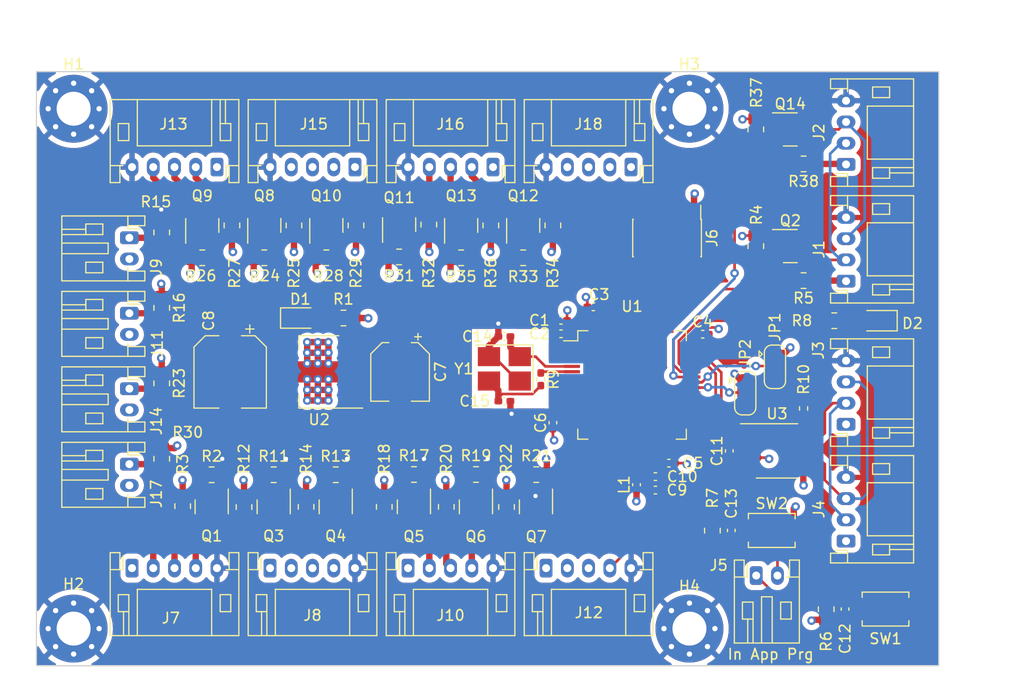
<source format=kicad_pcb>
(kicad_pcb (version 20221018) (generator pcbnew)
  (layers (0 "F.Cu" signal) (1 "In1.Cu" signal) (2 "In2.Cu" signal) (31 "B.Cu" signal) (34 "B.Paste" user) (35 "F.Paste" user) (36 "B.SilkS" user "B.Silkscreen") (37 "F.SilkS" user "F.Silkscreen") (38 "B.Mask" user) (39 "F.Mask" user) (44 "Edge.Cuts" user))
  (net 0 "")
  (net 1 "+3.3V")
  (net 2 "GND")
  (net 3 "+5V")
  (net 4 "+3.3VA")
  (net 5 "RESET")
  (net 6 "BOOT0")
  (net 7 "OSC_IN")
  (net 8 "Net-(C15-Pad1)")
  (net 9 "Net-(D1-A)")
  (net 10 "Net-(D2-A)")
  (net 11 "SCL_5")
  (net 12 "SDA_5")
  (net 13 "Net-(J3-Pin_2)")
  (net 14 "Net-(J3-Pin_3)")
  (net 15 "SWDIO")
  (net 16 "SWCLK")
  (net 17 "SWO")
  (net 20 "/Codeur_Moteur_1/CHA Shifter/HV")
  (net 21 "/Codeur_Moteur_1/CHB Shifter/HV")
  (net 22 "/Codeur_Moteur_1/IDX Shifter/HV")
  (net 23 "PWM_1")
  (net 24 "DIR_1")
  (net 25 "SLEEP_1")
  (net 26 "FAULT_1")
  (net 27 "CS_1")
  (net 28 "/Codeur_Moteur_2/CHA Shifter/HV")
  (net 29 "/Codeur_Moteur_2/CHB Shifter/HV")
  (net 30 "/Codeur_Moteur_2/IDX Shifter/HV")
  (net 31 "FAULT_2")
  (net 32 "CS_2")
  (net 33 "PWM_2")
  (net 34 "DIR_2")
  (net 35 "SLEEP_2")
  (net 36 "/Codeur_Moteur_3/CHA Shifter/HV")
  (net 37 "/Codeur_Moteur_3/CHB Shifter/HV")
  (net 38 "/Codeur_Moteur_3/IDX Shifter/HV")
  (net 39 "FAULT_3")
  (net 40 "CS_3")
  (net 41 "PWM_3")
  (net 42 "DIR_3")
  (net 43 "SLEEP_3")
  (net 44 "/Codeur_Moteur_4/CHA Shifter/HV")
  (net 45 "/Codeur_Moteur_4/CHB Shifter/HV")
  (net 46 "/Codeur_Moteur_4/IDX Shifter/HV")
  (net 47 "FAULT_4")
  (net 48 "CS_4")
  (net 49 "PWM_4")
  (net 50 "DIR_4")
  (net 51 "SLEEP_4")
  (net 52 "ADD1")
  (net 53 "ADD2")
  (net 54 "CHA_1")
  (net 55 "CHB_1")
  (net 56 "IDX_1")
  (net 57 "CHA_2")
  (net 58 "CHB_2")
  (net 59 "IDX_2")
  (net 60 "CHA_3")
  (net 61 "CHB_3")
  (net 62 "IDX_3")
  (net 63 "CHA_4")
  (net 64 "CHB_4")
  (net 65 "IDX_4")
  (net 66 "SCL_33")
  (net 67 "SDA_33")
  (net 68 "HEART_BEAT")
  (net 69 "OSC_OUT")
  (net 70 "Net-(U3-S)")
  (net 71 "RX_CAN")
  (net 72 "TX_CAN")
  (footprint "Capacitor_SMD:C_0402_1005Metric_Pad0.74x0.62mm_HandSolder" (layer "F.Cu") (at 104.819 63.716 180)
    (fp_text reference "C14")
    (fp_text value "12p")
  )
  (footprint "Package_TO_SOT_SMD:SOT-23" (layer "F.Cu") (at 82.208 53.25 90)
    (fp_text reference "Q8")
    (fp_text value "BSS138")
  )
  (footprint "Resistor_SMD:R_0805_2012Metric_Pad1.20x1.40mm_HandSolder" (layer "F.Cu") (at 103.544 53.25 90)
    (fp_text reference "R36")
    (fp_text value "10k")
  )
  (footprint "Connector_JST:JST_PH_S5B-PH-K_1x05_P2.00mm_Horizontal" (layer "F.Cu") (at 95.75 85.55)
    (fp_text reference "J10")
    (fp_text value "Codeur")
  )
  (footprint "MountingHole:MountingHole_3.2mm_M3_Pad_Via" (layer "F.Cu") (at 122.25 42.25)
    (fp_text reference "H3")
    (fp_text value "MountingHole_Pad")
  )
  (footprint "Connector_JST:JST_PH_S4B-PH-K_1x04_P2.00mm_Horizontal" (layer "F.Cu") (at 137 47.5 90)
    (fp_text reference "J2")
    (fp_text value "I2C2_5")
  )
  (footprint "Package_TO_SOT_SMD:SOT-23" (layer "F.Cu") (at 131.75 55.2)
    (fp_text reference "Q2")
    (fp_text value "BSS138")
  )
  (footprint "Resistor_SMD:R_0805_2012Metric_Pad1.20x1.40mm_HandSolder" (layer "F.Cu") (at 72.548 53.906 -90)
    (fp_text reference "R15")
    (fp_text value "10k")
  )
  (footprint "Resistor_SMD:R_0805_2012Metric_Pad1.20x1.40mm_HandSolder" (layer "F.Cu") (at 128.5 44.2 -90)
    (fp_text reference "R37")
    (fp_text value "10k")
  )
  (footprint "Connector_PinHeader_1.27mm:PinHeader_2x05_P1.27mm_Vertical_SMD" (layer "F.Cu") (at 120.142 54.438 -90)
    (fp_text reference "J6")
    (fp_text value "DEBUG")
  )
  (footprint "Connector_JST:JST_PH_S2B-PH-K_1x02_P2.00mm_Horizontal" (layer "F.Cu") (at 69.5 61.526 -90)
    (fp_text reference "J11")
    (fp_text value "Motor FeedBack")
  )
  (footprint "Connector_JST:JST_PH_S5B-PH-K_1x05_P2.00mm_Horizontal" (layer "F.Cu") (at 82.75 85.55)
    (fp_text reference "J8")
    (fp_text value "Motor CMD")
  )
  (footprint "Connector_JST:JST_PH_S5B-PH-K_1x05_P2.00mm_Horizontal" (layer "F.Cu") (at 90.75 47.75 180)
    (fp_text reference "J15")
    (fp_text value "Motor CMD")
  )
  (footprint "Resistor_SMD:R_0805_2012Metric_Pad1.20x1.40mm_HandSolder" (layer "F.Cu") (at 79.16 53.25 90)
    (fp_text reference "R27")
    (fp_text value "10k")
  )
  (footprint "Resistor_SMD:R_0805_2012Metric_Pad1.20x1.40mm_HandSolder" (layer "F.Cu") (at 72.548 75.242 -90)
    (fp_text reference "R30")
    (fp_text value "10k")
  )
  (footprint "Package_TO_SOT_SMD:SOT-23" (layer "F.Cu") (at 107.796 79.772 -90)
    (fp_text reference "Q7")
    (fp_text value "BSS138")
  )
  (footprint "MountingHole:MountingHole_3.2mm_M3_Pad_Via" (layer "F.Cu") (at 122.25 91.25)
    (fp_text reference "H4")
    (fp_text value "MountingHole_Pad")
  )
  (footprint "LED_SMD:LED_0805_2012Metric_Pad1.15x1.40mm_HandSolder" (layer "F.Cu") (at 139.954 62.23 180)
    (fp_text reference "D2")
    (fp_text value "Green")
  )
  (footprint "Resistor_SMD:R_0402_1005Metric_Pad0.72x0.64mm_HandSolder" (layer "F.Cu") (at 133 70.5 90)
    (fp_text reference "R10")
    (fp_text value "47")
  )
  (footprint "Capacitor_SMD:C_0402_1005Metric_Pad0.74x0.62mm_HandSolder" (layer "F.Cu") (at 126.19 82 90)
    (fp_text reference "C13")
    (fp_text value "100n")
  )
  (footprint "Package_TO_SOT_SMD:SOT-23" (layer "F.Cu") (at 131.75 44.2)
    (fp_text reference "Q14")
    (fp_text value "BSS138")
  )
  (footprint "Connector_JST:JST_PH_S2B-PH-K_1x02_P2.00mm_Horizontal" (layer "F.Cu") (at 69.5 75.75 -90)
    (fp_text reference "J17")
    (fp_text value "Motor FeedBack")
  )
  (footprint "Resistor_SMD:R_0805_2012Metric_Pad1.20x1.40mm_HandSolder" (layer "F.Cu") (at 72.548 68.13 -90)
    (fp_text reference "R23")
    (fp_text value "10k")
  )
  (footprint "Resistor_SMD:R_0805_2012Metric_Pad1.20x1.40mm_HandSolder" (layer "F.Cu") (at 86.142 79.772 -90)
    (fp_text reference "R14")
    (fp_text value "10k")
  )
  (footprint "Resistor_SMD:R_0805_2012Metric_Pad1.20x1.40mm_HandSolder" (layer "F.Cu") (at 106.592 56.298)
    (fp_text reference "R33")
    (fp_text value "10k")
  )
  (footprint "Resistor_SMD:R_0805_2012Metric_Pad1.20x1.40mm_HandSolder" (layer "F.Cu") (at 107.818 76.736 180)
    (fp_text reference "R21")
    (fp_text value "10k")
  )
  (footprint "ARIG:SW_TS_1088_AR_3x4x2" (layer "F.Cu") (at 140.716 89.408 180)
    (fp_text reference "SW1")
    (fp_text value "RESET")
  )
  (footprint "Capacitor_SMD:C_0402_1005Metric_Pad0.74x0.62mm_HandSolder" (layer "F.Cu") (at 136.906 89.408 -90)
    (fp_text reference "C12")
    (fp_text value "100n")
  )
  (footprint "Resistor_SMD:R_0805_2012Metric_Pad1.20x1.40mm_HandSolder" (layer "F.Cu") (at 109.386 53.25 90)
    (fp_text reference "R34")
    (fp_text value "10k")
  )
  (footprint "Package_TO_SOT_SMD:SOT-23" (layer "F.Cu") (at 88.05 53.25 90)
    (fp_text reference "Q10")
    (fp_text value "BSS138")
  )
  (footprint "Resistor_SMD:R_0805_2012Metric_Pad1.20x1.40mm_HandSolder" (layer "F.Cu") (at 82.208 56.298)
    (fp_text reference "R24")
    (fp_text value "10k")
  )
  (footprint "Package_TO_SOT_SMD:SOT-23" (layer "F.Cu") (at 77.25 79.772 -90)
    (fp_text reference "Q1")
    (fp_text value "BSS138")
  )
  (footprint "Connector_JST:JST_PH_S5B-PH-K_1x05_P2.00mm_Horizontal" (layer "F.Cu") (at 116.75 47.75 180)
    (fp_text reference "J18")
    (fp_text value "Motor CMD")
  )
  (footprint "Package_TO_SOT_SMD:SOT-23" (layer "F.Cu") (at 102.142 79.772 -90)
    (fp_text reference "Q6")
    (fp_text value "BSS138")
  )
  (footprint "Connector_JST:JST_PH_S4B-PH-K_1x04_P2.00mm_Horizontal" (layer "F.Cu") (at 137 58.5 90)
    (fp_text reference "J1")
    (fp_text value "I2C1_5")
  )
  (footprint "LED_SMD:LED_0805_2012Metric_Pad1.15x1.40mm_HandSolder" (layer "F.Cu") (at 85.598 61.976)
    (fp_text reference "D1")
    (fp_text value "Green")
  )
  (footprint "Resistor_SMD:R_0805_2012Metric_Pad1.20x1.40mm_HandSolder" (layer "F.Cu") (at 94.908 56.2195)
    (fp_text reference "R31")
    (fp_text value "10k")
  )
  (footprint "Connector_JST:JST_PH_S5B-PH-K_1x05_P2.00mm_Horizontal" (layer "F.Cu") (at 103.75 47.75 180)
    (fp_text reference "J16")
    (fp_text value "Codeur")
  )
  (footprint "Resistor_SMD:R_0805_2012Metric_Pad1.20x1.40mm_HandSolder" (layer "F.Cu") (at 135.128 89.42 90)
    (fp_text reference "R6")
    (fp_text value "10k")
  )
  (footprint "Resistor_SMD:R_0805_2012Metric_Pad1.20x1.40mm_HandSolder" (layer "F.Cu") (at 88.934 76.75 180)
    (fp_text reference "R13")
    (fp_text value "10k")
  )
  (footprint "Capacitor_SMD:C_0402_1005Metric_Pad0.74x0.62mm_HandSolder" (layer "F.Cu") (at 113.201 60.922)
    (fp_text reference "C3")
    (fp_text value "100n")
  )
  (footprint "Resistor_SMD:R_0805_2012Metric_Pad1.20x1.40mm_HandSolder" (layer "F.Cu") (at 105.024 79.784 -90)
    (fp_text reference "R22")
    (fp_text value "10k")
  )
  (footprint "MountingHole:MountingHole_3.2mm_M3_Pad_Via" (layer "F.Cu") (at 64.25 42.25)
    (fp_text reference "H1")
    (fp_text value "MountingHole_Pad")
  )
  (footprint "Resistor_SMD:R_0805_2012Metric_Pad1.20x1.40mm_HandSolder" (layer "F.Cu") (at 135.89 62.23)
    (fp_text reference "R8")
    (fp_text value "68")
  )
  (footprint "Inductor_SMD:L_0402_1005Metric_Pad0.77x0.64mm_HandSolder" (layer "F.Cu") (at 117.265 77.686 90)
    (fp_text reference "L1")
    (fp_text value "39n")
  )
  (footprint "Connector_JST:JST_PH_S2B-PH-K_1x02_P2.00mm_Horizontal" (layer "F.Cu") (at 128.54 86.25)
    (fp_text reference "J5")
    (fp_text value "In App Prog")
  )
  (footprint "Resistor_SMD:R_0805_2012Metric_Pad1.20x1.40mm_HandSolder" (layer "F.Cu") (at 83.092 76.75 180)
    (fp_text reference "R11")
    (fp_text value "10k")
  )
  (footprint "Connector_JST:JST_PH_S4B-PH-K_1x04_P2.00mm_Horizontal" (layer "F.Cu") (at 137 83 90)
    (fp_text reference "J4")
    (fp_text value "CAN2")
  )
  (footprint "Package_QFP:LQFP-64_10x10mm_P0.5mm" (layer "F.Cu") (at 116.844 68.284)
    (fp_text reference "U1")
    (fp_text value "STM32G474RETx")
  )
  (footprint "Resistor_SMD:R_0805_2012Metric_Pad1.20x1.40mm_HandSolder" (layer "F.Cu") (at 85.002 53.25 90)
    (fp_text reference "R25")
    (fp_text value "10k")
  )
  (footprint "Resistor_SMD:R_0805_2012Metric_Pad1.20x1.40mm_HandSolder" (layer "F.Cu") (at 72.548 61.018 -90)
    (fp_text reference "R16")
    (fp_text value "10k")
  )
  (footprint "Package_TO_SOT_SMD:SOT-23" (layer "F.Cu") (at 106.592 53.25 90)
    (fp_text reference "Q12")
    (fp_text value "BSS138")
  )
  (footprint "Package_TO_SOT_SMD:SOT-223-3_TabPin2" (layer "F.Cu") (at 87.376 67.056 180)
    (fp_text reference "U2")
    (fp_text value "AMS1117-3.3")
  )
  (footprint "Capacitor_SMD:C_0402_1005Metric_Pad0.74x0.62mm_HandSolder" (layer "F.Cu") (at 123.5 63.5)
    (fp_text reference "C4")
    (fp_text value "100n")
  )
  (footprint "Resistor_SMD:R_0805_2012Metric_Pad1.20x1.40mm_HandSolder" (layer "F.Cu") (at 74.52 79.7095 -90)
    (fp_text reference "R3")
    (fp_text value "10k")
  )
  (footprint "Resistor_SMD:R_0805_2012Metric_Pad1.20x1.40mm_HandSolder" (layer "F.Cu") (at 76.366 56.298)
    (fp_text reference "R26")
    (fp_text value "10k")
  )
  (footprint "Connector_JST:JST_PH_S5B-PH-K_1x05_P2.00mm_Horizontal" (layer "F.Cu") (at 69.75 85.55)
    (fp_text reference "J7")
    (fp_text value "Codeur")
  )
  (footprint "Resistor_SMD:R_0805_2012Metric_Pad1.20x1.40mm_HandSolder" (layer "F.Cu") (at 93.506 79.772 -90)
    (fp_text reference "R18")
    (fp_text value "10k")
  )
  (footprint "Package_SO:SOIC-8_3.9x4.9mm_P1.27mm" (layer "F.Cu") (at 130.5 74.5)
    (fp_text reference "U3")
    (fp_text value "MCP2558FD-xSN")
  )
  (footprint "Package_TO_SOT_SMD:SOT-23" (layer "F.Cu") (at 83.092 79.772 -90)
    (fp_text reference "Q3")
    (fp_text value "BSS138")
  )
  (footprint "Connector_JST:JST_PH_S2B-PH-K_1x02_P2.00mm_Horizontal" (layer "F.Cu") (at 69.5 68.638 -90)
    (fp_text reference "J14")
    (fp_text value "Motor FeedBack")
  )
  (footprint "Capacitor_SMD:CP_Elec_5x5.3" (layer "F.Cu") (at 94.996 67.056 -90)
    (fp_text reference "C7")
    (fp_text value "100u")
  )
  (footprint "Crystal:Crystal_SMD_3225-4Pin_3.2x2.5mm_HandSoldering" (layer "F.Cu") (at 104.819 66.764 180)
    (fp_text reference "Y1")
    (fp_text value "16MHz")
  )
  (footprint "Resistor_SMD:R_0805_2012Metric_Pad1.20x1.40mm_HandSolder" (layer "F.Cu") (at 133 47.45 180)
    (fp_text reference "R38")
    (fp_text value "10k")
  )
  (footprint "Resistor_SMD:R_0805_2012Metric_Pad1.20x1.40mm_HandSolder" (layer "F.Cu") (at 77.25 76.75 180)
    (fp_text reference "R2")
    (fp_text value "10k")
  )
  (footprint "Resistor_SMD:R_0805_2012Metric_Pad1.20x1.40mm_HandSolder" (layer "F.Cu") (at 89.662 61.976 180)
    (fp_text reference "R1")
    (fp_text value "68")
  )
  (footprint "Resistor_SMD:R_0805_2012Metric_Pad1.20x1.40mm_HandSolder" (layer "F.Cu") (at 97.702 53.1715 90)
    (fp_text reference "R32")
    (fp_text value "10k")
  )
  (footprint "Package_TO_SOT_SMD:SOT-23" (layer "F.Cu") (at 88.934 79.772 -90)
    (fp_text reference "Q4")
    (fp_text value "BSS138")
  )
  (footprint "Jumper:SolderJumper-3_P1.3mm_Open_RoundedPad1.0x1.5mm" (layer "F.Cu") (at 130.302 66.578 -90)
    (fp_text reference "JP1")
    (fp_text value "ADD1")
  )
  (footprint "Capacitor_SMD:C_0402_1005Metric_Pad0.74x0.62mm_HandSolder" (layer "F.Cu") (at 119.043 76.924)
    (fp_text reference "C10")
    (fp_text value "10n")
  )
  (footprint "Jumper:SolderJumper-3_P1.3mm_Open_RoundedPad1.0x1.5mm" (layer "F.Cu") (at 127.508 69.058 -90)
    (fp_text reference "JP2")
    (fp_text value "ADD2")
  )
  (footprint "Resistor_SMD:R_0805_2012Metric_Pad1.20x1.40mm_HandSolder" (layer "F.Cu") (at 96.3 76.724 180)
    (fp_text reference "R17")
    (fp_text value "10k")
  )
  (footprint "Connector_JST:JST_PH_S2B-PH-K_1x02_P2.00mm_Horizontal" (layer "F.Cu") (at 69.5 54.414 -90)
    (fp_text reference "J9")
    (fp_text value "Motor FeedBack")
  )
  (footprint "MountingHole:MountingHole_3.2mm_M3_Pad_Via" (layer "F.Cu") (at 64.25 91.25)
    (fp_text reference "H2")
    (fp_text value "MountingHole_Pad")
  )
  (footprint "Package_TO_SOT_SMD:SOT-23" (layer "F.Cu") (at 76.366 53.25 90)
    (fp_text reference "Q9")
    (fp_text value "BSS138")
  )
  (footprint "Connector_JST:JST_PH_S5B-PH-K_1x05_P2.00mm_Horizontal" (layer "F.Cu") (at 77.75 47.75 180)
    (fp_text reference "J13")
    (fp_text value "Codeur")
  )
  (footprint "Resistor_SMD:R_0805_2012Metric_Pad1.20x1.40mm_HandSolder" (layer "F.Cu") (at 90.844 53.25 90)
    (fp_text reference "R29")
    (fp_text value "10k")
  )
  (footprint "Resistor_SMD:R_0805_2012Metric_Pad1.20x1.40mm_HandSolder" (layer "F.Cu") (at 102.142 76.724 180)
    (fp_text reference "R19")
    (fp_text value "10k")
  )
  (footprint "Capacitor_SMD:C_0402_1005Metric_Pad0.74x0.62mm_HandSolder" (layer "F.Cu") (at 110.153 62.192 180)
    (fp_text reference "C1")
    (fp_text value "4.7u")
  )
  (footprint "ARIG:SW_TS_1088_AR_3x4x2" (layer "F.Cu") (at 130 82)
    (fp_text reference "SW2")
    (fp_text value "BOOT0")
  )
  (footprint "Capacitor_SMD:C_0402_1005Metric_Pad0.74x0.62mm_HandSolder" (layer "F.Cu") (at 110.153 63.462 180)
    (fp_text reference "C2")
    (fp_text value "100n")
  )
  (footprint "Resistor_SMD:R_0805_2012Metric_Pad1.20x1.40mm_HandSolder" (layer "F.Cu") (at 80.298 79.798 -90)
    (fp_text reference "R12")
    (fp_text value "10k")
  )
  (footprint "Capacitor_SMD:C_0402_1005Metric_Pad0.74x0.62mm_HandSolder" (layer "F.Cu") (at 104.819 69.812)
    (fp_text reference "C15")
    (fp_text value "12p")
  )
  (footprint "Resistor_SMD:R_0805_2012Metric_Pad1.20x1.40mm_HandSolder" (layer "F.Cu") (at 99.348 79.772 -90)
    (fp_text reference "R20")
    (fp_text value "10k")
  )
  (footprint "Resistor_SMD:R_0402_1005Metric_Pad0.72x0.64mm_HandSolder" (layer "F.Cu") (at 108.25 67.75 -90)
    (fp_text reference "R9")
    (fp_text value "47")
  )
  (footprint "Capacitor_SMD:CP_Elec_6.3x7.7" (layer "F.Cu") (at 78.994 67.056 -90)
    (fp_text reference "C8")
    (fp_text value "330u")
  )
  (footprint "Capacitor_SMD:C_0402_1005Metric_Pad0.74x0.62mm_HandSolder" (layer "F.Cu") (at 126 74.5 90)
    (fp_text reference "C11")
    (fp_text value "100n")
  )
  (footprint "Resistor_SMD:R_0805_2012Metric_Pad1.20x1.40mm_HandSolder" (layer "F.Cu") (at 100.75 56.298)
    (fp_text reference "R35")
    (fp_text value "10k")
  )
  (footprint "Resistor_SMD:R_0805_2012Metric_Pad1.20x1.40mm_HandSolder" (layer "F.Cu") (at 133 58.45 180)
    (fp_text reference "R5")
    (fp_text value "10k")
  )
  (footprint "Connector_JST:JST_PH_S4B-PH-K_1x04_P2.00mm_Horizontal" (layer "F.Cu") (at 137 72 90)
    (fp_text reference "J3")
    (fp_text value "CAN1")
  )
  (footprint "Package_TO_SOT_SMD:SOT-23" (layer "F.Cu") (at 100.75 53.25 90)
    (fp_text reference "Q13")
    (fp_text value "BSS138")
  )
  (footprint "Connector_JST:JST_PH_S5B-PH-K_1x05_P2.00mm_Horizontal" (layer "F.Cu") (at 108.75 85.55)
    (fp_text reference "J12")
    (fp_text value "Motor CMD")
  )
  (footprint "Capacitor_SMD:C_0402_1005Metric_Pad0.74x0.62mm_HandSolder" (layer "F.Cu") (at 109.391 71.844 90)
    (fp_text reference "C6")
    (fp_text value "100n")
  )
  (footprint "Package_TO_SOT_SMD:SOT-23" (layer "F.Cu") (at 96.3 79.772 -90)
    (fp_text reference "Q5")
    (fp_text value "BSS138")
  )
  (footprint "Package_TO_SOT_SMD:SOT-23" (layer "F.Cu") (at 94.908 53.1715 90)
    (fp_text reference "Q11")
    (fp_text value "BSS138")
  )
  (footprint "Capacitor_SMD:C_0402_1005Metric_Pad0.74x0.62mm_HandSolder" (layer "F.Cu") (at 119.043 78.194)
    (fp_text reference "C9")
    (fp_text value "1u")
  )
  (footprint "Resistor_SMD:R_0805_2012Metric_Pad1.20x1.40mm_HandSolder" (layer "F.Cu") (at 128.5 55.2 -90)
    (fp_text reference "R4")
    (fp_text value "10k")
  )
  (footprint "Capacitor_SMD:C_0402_1005Metric_Pad0.74x0.62mm_HandSolder" (layer "F.Cu") (at 120.313 75.654 180)
    (fp_text reference "C5")
    (fp_text value "100n")
  )
  (footprint "Resistor_SMD:R_0805_2012Metric_Pad1.20x1.40mm_HandSolder" (layer "F.Cu") (at 124.412 82.012 90)
    (fp_text reference "R7")
    (fp_text value "10k")
  )
  (footprint "Resistor_SMD:R_0805_2012Metric_Pad1.20x1.40mm_HandSolder" (layer "F.Cu") (at 88.05 56.298)
    (fp_text reference "R28")
    (fp_text value "10k")
  )
  (gr_rect (start 60.75 38.75) (end 145.75 94.75) (stroke (width 0.1)) (fill none) (layer "Edge.Cuts"))
  (gr_rect (start 60.75 38.75) (end 145.75 94.75) (stroke (width 0.1)) (fill none) (layer "Edge.Cuts"))
  (gr_text "In App Prg" (at 125.75 94.25) (layer "F.SilkS") (effects (font (size 1 1)) (justify left bottom)))
  (segment (start 81.258 54.1875) (end 81.258 56.248) (width 0.6) (layer "F.Cu") (net 1))
  (segment (start 86.25 68.75) (end 86.25 67.75) (width 0.6) (layer "F.Cu") (net 1))
  (segment (start 90.662 61.976) (end 91.976 61.976) (width 0.6) (layer "F.Cu") (net 1))
  (segment (start 108.818 75.318) (end 108.75 75.25) (width 0.6) (layer "F.Cu") (net 1))
  (segment (start 89.934 76.75) (end 89.934 75.316) (width 0.6) (layer "F.Cu") (net 1))
  (segment (start 132.975 77.725) (end 133 77.75) (width 0.6) (layer "F.Cu") (net 1))
  (segment (start 87.25 65.25) (end 87.25 66.25) (width 0.6) (layer "F.Cu") (net 1))
  (segment (start 109.7685 72.034) (end 109.391 72.4115) (width 0.25) (layer "F.Cu") (net 1))
  (segment (start 72.548 52.906) (end 72.548 51.798) (width 0.6) (layer "F.Cu") (net 1))
  (segment (start 99.75 54.2375) (end 99.8 54.1875) (width 0.6) (layer "F.Cu") (net 1))
  (segment (start 122.9325 63.5) (end 123.5675 62.865) (width 0.25) (layer "F.Cu") (net 1))
  (segment (start 88.25 65.25) (end 88.25 66.25) (width 0.6) (layer "F.Cu") (net 1))
  (segment (start 72.548 60.018) (end 72.548 58.798) (width 0.6) (layer "F.Cu") (net 1))
  (segment (start 109.391 73.391) (end 109.5 73.5) (width 0.25) (layer "F.Cu") (net 1))
  (segment (start 110.7205 62.192) (end 110.7205 61.2795) (width 0.25) (layer "F.Cu") (net 1))
  (segment (start 113.094 61.3825) (end 112.6335 60.922) (width 0.25) (layer "F.Cu") (net 1))
  (segment (start 133.83 90.42) (end 133.75 90.5) (width 0.6) (layer "F.Cu") (net 1))
  (segment (start 72.548 51.798) (end 72.5 51.75) (width 0.6) (layer "F.Cu") (net 1))
  (segment (start 122.519 64.534) (end 122.519 63.9135) (width 0.25) (layer "F.Cu") (net 1))
  (segment (start 86.25 68.75) (end 87.25 68.75) (width 0.6) (layer "F.Cu") (net 1))
  (segment (start 78.994 64.356) (end 81.526 64.356) (width 2) (layer "F.Cu") (net 1))
  (segment (start 88.25 64.25) (end 88.25 65.25) (width 0.6) (layer "F.Cu") (net 1))
  (segment (start 73.758 74.242) (end 74 74) (width 0.6) (layer "F.Cu") (net 1))
  (segment (start 87.05 56.298) (end 87.05 54.2375) (width 0.6) (layer "F.Cu") (net 1))
  (segment (start 97.3 75.3) (end 97.25 75.25) (width 0.6) (layer "F.Cu") (net 1))
  (segment (start 86.25 67.75) (end 87.25 67.75) (width 0.25) (layer "F.Cu") (net 1))
  (segment (start 130.8125 54.25) (end 128.55 54.25) (width 0.25) (layer "F.Cu") (net 1))
  (segment (start 128.5 54.2) (end 127.275 54.2) (width 0.25) (layer "F.Cu") (net 1))
  (segment (start 88.25 67.75) (end 87.25 67.75) (width 0.6) (layer "F.Cu") (net 1))
  (segment (start 87.05 56.298) (end 87.05 57.55) (width 0.6) (layer "F.Cu") (net 1))
  (segment (start 84.092 78.7845) (end 84.042 78.8345) (width 0.6) (layer "F.Cu") (net 1))
  (segment (start 130.8125 43.25) (end 128.55 43.25) (width 0.25) (layer "F.Cu") (net 1))
  (segment (start 86.25 65.25) (end 87.25 65.25) (width 0.6) (layer "F.Cu") (net 1))
  (segment (start 131.222 65.278) (end 131.75 64.75) (width 0.6) (layer "F.Cu") (net 1))
  (segment (start 108.818 78.7625) (end 108.746 78.8345) (width 0.6) (layer "F.Cu") (net 1))
  (segment (start 110.7205 62.192) (end 110.7205 63.462) (width 0.25) (layer "F.Cu") (net 1))
  (segment (start 72.548 58.798) (end 72.5 58.75) (width 0.6) (layer "F.Cu") (net 1))
  (segment (start 113.094 62.609) (end 113.094 61.3825) (width 0.25) (layer "F.Cu") (net 1))
  (segment (start 88.25 69.75) (end 88.25 68.75) (width 0.6) (layer "F.Cu") (net 1))
  (segment (start 117.265 79.235) (end 117.25 79.25) (width 0.6) (layer "F.Cu") (net 1))
  (segment (start 127.508 67.758) (end 127.033 67.758) (width 0.6) (layer "F.Cu") (net 1))
  (segment (start 128.5 43.2) (end 127.3 43.2) (width 0.25) (layer "F.Cu") (net 1))
  (segment (start 81.208 56.298) (end 81.208 57.708) (width 0.6) (layer "F.Cu") (net 1))
  (segment (start 93.958 56.1695) (end 93.908 56.2195) (width 0.6) (layer "F.Cu") (net 1))
  (segment (start 72.548 65.798) (end 72.5 65.75) (width 0.6) (layer "F.Cu") (net 1))
  (segment (start 99.75 56.298) (end 99.75 54.2375) (width 0.6) (layer "F.Cu") (net 1))
  (segment (start 81.258 56.248) (end 81.208 56.298) (width 0.6) (layer "F.Cu") (net 1))
  (segment (start 117.265 78.2585) (end 117.265 79.235) (width 0.6) (layer "F.Cu") (net 1))
  (segment (start 86.25 64.25) (end 87.25 64.25) (width 0.6) (layer "F.Cu") (net 1))
  (segment (start 91.976 61.976) (end 92 62) (width 0.6) (layer "F.Cu") (net 1))
  (segment (start 130.7625 54.2) (end 130.8125 54.25) (width 0.25) (layer "F.Cu") (net 1))
  (segment (start 75.366 54.2375) (end 75.416 54.1875) (width 0.6) (layer "F.Cu") (net 1))
  (segment (start 81.526 64.356) (end 84.226 67.056) (width 2) (layer "F.Cu") (net 1))
  (segment (start 87.05 54.2375) (end 87.1 54.1875) (width 0.6) (layer "F.Cu") (net 1))
  (segment (start 127.3 43.2) (end 127.25 43.25) (width 0.25) (layer "F.Cu") (net 1))
  (segment (start 124.865 62.865) (end 125 63) (width 0.25) (layer "F.Cu") (net 1))
  (segment (start 128.55 54.25) (end 128.5 54.2) (width 0.25) (layer "F.Cu") (net 1))
  (segment (start 81.208 57.708) (end 81.25 57.75) (width 0.6) (layer "F.Cu") (net 1))
  (segment (start 86.25 66.25) (end 87.25 66.25) (width 0.6) (layer "F.Cu") (net 1))
  (segment (start 112.6335 60.922) (end 112.6335 60.1335) (width 0.25) (layer "F.Cu") (net 1))
  (segment (start 86.25 69.75) (end 87.25 69.75) (width 0.6) (layer "F.Cu") (net 1))
  (segment (start 99.75 56.298) (end 99.75 57.75) (width 0.6) (layer "F.Cu") (net 1))
  (segment (start 75.366 57.634) (end 75.25 57.75) (width 0.6) (layer "F.Cu") (net 1))
  (segment (start 132.975 76.405) (end 132.975 77.725) (width 0.6) (layer "F.Cu") (net 1))
  (segment (start 87.25 64.25) (end 87.25 65.25) (width 0.6) (layer "F.Cu") (net 1))
  (segment (start 110.7205 61.2795) (end 110.75 61.25) (width 0.25) (layer "F.Cu") (net 1))
  (segment (start 105.642 56.248) (end 105.592 56.298) (width 0.6) (layer "F.Cu") (net 1))
  (segment (start 105.642 54.1875) (end 105.642 56.248) (width 0.6) (layer "F.Cu") (net 1))
  (segment (start 122.519 63.9135) (end 122.9325 63.5) (width 0.25) (layer "F.Cu") (net 1))
  (segment (start 108.818 76.736) (end 108.818 78.7625) (width 0.6) (layer "F.Cu") (net 1))
  (segment (start 120.594 75.3675) (end 120.8805 75.654) (width 0.25) (layer "F.Cu") (net 1))
  (segment (start 89.934 75.316) (end 90 75.25) (width 0.6) (layer "F.Cu") (net 1))
  (segment (start 103.142 76.724) (end 103.142 78.7845) (width 0.6) (layer "F.Cu") (net 1))
  (segment (start 86.25 64.25) (end 86.25 65.25) (width 0.6) (layer "F.Cu") (net 1))
  (segment (start 111.169 72.034) (end 109.7685 72.034) (width 0.25) (layer "F.Cu") (net 1))
  (segment (start 78.25 76.75) (end 78.25 75.25) (width 0.6) (layer "F.Cu") (net 1))
  (segment (start 112.6335 60.1335) (end 112.5 60) (width 0.25) (layer "F.Cu") (net 1))
  (segment (start 78.2 78.8345) (end 78.2 76.8) (width 0.6) (layer "F.Cu") (net 1))
  (segment (start 75.366 56.298) (end 75.366 54.2375) (width 0.6) (layer "F.Cu") (net 1))
  (segment (start 112.6335 60.922) (end 112.717882 60.922) (width 0.25) (layer "F.Cu") (net 1))
  (segment (start 87.25 69.75) (end 87.25 68.75) (width 0.6) (layer "F.Cu") (net 1))
  (segment (start 87.25 65.25) (end 88.25 65.25) (width 0.6) (layer "F.Cu") (net 1))
  (segment (start 75.366 56.298) (end 75.366 57.634) (width 0.6) (layer "F.Cu") (net 1))
  (segment (start 122.682 52.488) (end 122.682 50.318) (width 0.6) (layer "F.Cu") (net 1))
  (segment (start 89.934 78.7845) (end 89.884 78.8345) (width 0.6) (layer "F.Cu") (net 1))
  (segment (start 109.391 72.4115) (end 109.391 73.391) (width 0.25) (layer "F.Cu") (net 1))
  (segment (start 87.25 68.75) (end 87.25 67.75) (width 0.6) (layer "F.Cu") (net 1))
  (segment (start 128.55 43.25) (end 128.5 43.2) (width 0.25) (layer "F.Cu") (net 1))
  (segment (start 122.682 50.318) (end 122.75 50.25) (width 0.6) (layer "F.Cu") (net 1))
  (segment (start 135.128 90.42) (end 133.83 90.42) (width 0.6) (layer "F.Cu") (net 1))
  (segment (start 86.25 65.25) (end 86.25 66.25) (width 0.6) (layer "F.Cu") (net 1))
  (segment (start 93.958 54.109) (end 93.958 56.1695) (width 0.6) (layer "F.Cu") (net 1))
  (segment (start 84.092 76.75) (end 84.092 78.7845) (width 0.6) (layer "F.Cu") (net 1))
  (segment (start 130.302 65.278) (end 131.222 65.278) (width 0.6) (layer "F.Cu") (net 1))
  (segment (start 121.904 75.654) (end 122 75.75) (width 0.25) (layer "F.Cu") (net 1))
  (segment (start 87.25 64.25) (end 88.25 64.25) (width 0.6) (layer "F.Cu") (net 1))
  (segment (start 72.548 74.242) (end 73.758 74.242) (width 0.6) (layer "F.Cu") (net 1))
  (segment (start 93.908 57.658) (end 94 57.75) (width 0.6) (layer "F.Cu") (net 1))
  (segment (start 93.908 56.2195) (end 93.908 57.658) (width 0.6) (layer "F.Cu") (net 1))
  (segment (start 123.5675 62.865) (end 124.865 62.865) (width 0.25) (layer "F.Cu") (net 1))
  (segment (start 84.092 76.75) (end 84.092 75.408) (width 0.6) (layer "F.Cu") (net 1))
  (segment (start 97.3 76.724) (end 97.3 75.3) (width 0.6) (layer "F.Cu") (net 1))
  (segment (start 88.25 69.75) (end 87.25 69.75) (width 0.6) (layer "F.Cu") (net 1))
  (segment (start 97.3 78.7845) (end 97.25 78.8345) (width 0.6) (layer "F.Cu") (net 1))
  (segment (start 111.169 64.534) (end 111.169 63.9105) (width 0.25) (layer "F.Cu") (net 1))
  (segment (start 78.2 76.8) (end 78.25 76.75) (width 0.6) (layer "F.Cu") (net 1))
  (segment (start 87.25 66.25) (end 88.25 66.25) (width 0.6) (layer "F.Cu") (net 1))
  (segment (start 86.25 69.75) (end 86.25 68.75) (width 0.6) (layer "F.Cu") (net 1))
  (segment (start 88.25 68.75) (end 88.25 67.75) (width 0.6) (layer "F.Cu") (net 1))
  (segment (start 127.275 54.2) (end 127.225 54.25) (width 0.25) (layer "F.Cu") (net 1))
  (segment (start 72.548 67.13) (end 72.548 65.798) (width 0.6) (layer "F.Cu") (net 1))
  (segment (start 132.075 82) (end 132.075 79.925) (width 0.6) (layer "F.Cu") (net 1))
  (segment (start 97.3 76.724) (end 97.3 78.7845) (width 0.6) (layer "F.Cu") (net 1))
  (segment (start 120.594 73.959) (end 120.594 75.3675) (width 0.25) (layer "F.Cu") (net 1))
  (segment (start 111.169 63.9105) (end 110.7205 63.462) (width 0.25) (layer "F.Cu") (net 1))
  (segment (start 103.142 76.724) (end 103.142 75.358) (width 0.6) (layer "F.Cu") (net 1))
  (segment (start 108.818 76.736) (end 108.818 75.318) (width 0.6) (layer "F.Cu") (net 1))
  (segment (start 87.25 68.75) (end 88.25 68.75) (width 0.6) (layer "F.Cu") (net 1))
  (segment (start 132.075 79.925) (end 132.25 79.75) (width 0.6) (layer "F.Cu") (net 1))
  (segment (start 103.142 75.358) (end 103.25 75.25) (width 0.6) (layer "F.Cu") (net 1))
  (segment (start 84.092 75.408) (end 84.25 75.25) (width 0.6) (layer "F.Cu") (net 1))
  (segment (start 87.05 57.55) (end 87.25 57.75) (width 0.6) (layer "F.Cu") (net 1))
  (segment (start 84.226 67.056) (end 90.526 67.056) (width 2) (layer "F.Cu") (net 1))
  (segment (start 89.934 76.75) (end 89.934 78.7845) (width 0.6) (layer "F.Cu") (net 1))
  (segment (start 127.033 67.758) (end 126.5 67.225) (width 0.6) (layer "F.Cu") (net 1))
  (segment (start 120.8805 75.654) (end 121.904 75.654) (width 0.25) (layer "F.Cu") (net 1))
  (segment (start 103.142 78.7845) (end 103.092 78.8345) (width 0.6) (layer "F.Cu") (net 1))
  (via (at 109.5 73.5) (size 0.8) (drill 0.4) (layers "F.Cu" "B.Cu") (net 1))
  (via (at 87.25 67.75) (size 0.8) (drill 0.4) (layers "F.Cu" "B.Cu") (net 1))
  (via (at 94 57.75) (size 0.8) (drill 0.4) (layers "F.Cu" "B.Cu") (net 1))
  (via (at 103.25 75.25) (size 0.8) (drill 0.4) (layers "F.Cu" "B.Cu") (net 1))
  (via (at 125 63) (size 0.8) (drill 0.4) (layers "F.Cu" "B.Cu") (net 1))
  (via (at 72.5 58.75) (size 0.8) (drill 0.4) (layers "F.Cu" "B.Cu") (net 1))
  (via (at 127.25 43.25) (size 0.8) (drill 0.4) (layers "F.Cu" "B.Cu") (net 1))
  (via (at 86.25 68.75) (size 0.8) (drill 0.4) (layers "F.Cu" "B.Cu") (net 1))
  (via (at 86.25 67.75) (size 0.8) (drill 0.4) (layers "F.Cu" "B.Cu") (net 1))
  (via (at 87.25 57.75) (size 0.8) (drill 0.4) (layers "F.Cu" "B.Cu") (net 1))
  (via (at 97.25 75.25) (size 0.8) (drill 0.4) (layers "F.Cu" "B.Cu") (net 1))
  (via (at 131.75 64.75) (size 0.8) (drill 0.4) (layers "F.Cu" "B.Cu") (net 1))
  (via (at 108.75 75.25) (size 0.8) (drill 0.4) (layers "F.Cu" "B.Cu") (net 1))
  (via (at 78.25 75.25) (size 0.8) (drill 0.4) (layers "F.Cu" "B.Cu") (net 1))
  (via (at 88.25 69.75) (size 0.8) (drill 0.4) (layers "F.Cu" "B.Cu") (net 1))
  (via (at 126.5 67.225) (size 0.8) (drill 0.4) (layers "F.Cu" "B.Cu") (net 1))
  (via (at 87.25 68.75) (size 0.8) (drill 0.4) (layers "F.Cu" "B.Cu") (net 1))
  (via (at 87.25 69.75) (size 0.8) (drill 0.4) (layers "F.Cu" "B.Cu") (net 1))
  (via (at 86.25 66.25) (size 0.8) (drill 0.4) (layers "F.Cu" "B.Cu") (net 1))
  (via (at 81.25 57.75) (size 0.8) (drill 0.4) (layers "F.Cu" "B.Cu") (net 1))
  (via (at 88.25 68.75) (size 0.8) (drill 0.4) (layers "F.Cu" "B.Cu") (net 1))
  (via (at 133.75 90.5) (size 0.8) (drill 0.4) (layers "F.Cu" "B.Cu") (net 1))
  (via (at 117.25 79.25) (size 0.8) (drill 0.4) (layers "F.Cu" "B.Cu") (net 1))
  (via (at 72.5 65.75) (size 0.8) (drill 0.4) (layers "F.Cu" "B.Cu") (net 1))
  (via (at 87.25 65.25) (size 0.8) (drill 0.4) (layers "F.Cu" "B.Cu") (net 1))
  (via (at 127.225 54.25) (size 0.8) (drill 0.4) (layers "F.Cu" "B.Cu") (net 1))
  (via (at 132.25 79.75) (size 0.8) (drill 0.4) (layers "F.Cu" "B.Cu") (net 1))
  (via (at 86.25 65.25) (size 0.8) (drill 0.4) (layers "F.Cu" "B.Cu") (net 1))
  (via (at 86.25 64.25) (size 0.8) (drill 0.4) (layers "F.Cu" "B.Cu") (net 1))
  (via (at 72.5 51.75) (size 0.8) (drill 0.4) (layers "F.Cu" "B.Cu") (net 1))
  (via (at 122.75 50.25) (size 0.8) (drill 0.4) (layers "F.Cu" "B.Cu") (net 1))
  (via (at 86.25 69.75) (size 0.8) (drill 0.4) (layers "F.Cu" "B.Cu") (net 1))
  (via (at 88.25 64.25) (size 0.8) (drill 0.4) (layers "F.Cu" "B.Cu") (net 1))
  (via (at 90 75.25) (size 0.8) (drill 0.4) (layers "F.Cu" "B.Cu") (net 1))
  (via (at 88.25 67.75) (size 0.8) (drill 0.4) (layers "F.Cu" "B.Cu") (net 1))
  (via (at 88.25 65.25) (size 0.8) (drill 0.4) (layers "F.Cu" "B.Cu") (net 1))
  (via (at 112.5 60) (size 0.8) (drill 0.4) (layers "F.Cu" "B.Cu") (net 1))
  (via (at 99.75 57.75) (size 0.8) (drill 0.4) (layers "F.Cu" "B.Cu") (net 1))
  (via (at 75.25 57.75) (size 0.8) (drill 0.4) (layers "F.Cu" "B.Cu") (net 1))
  (via (at 133 77.75) (size 0.8) (drill 0.4) (layers "F.Cu" "B.Cu") (net 1))
  (via (at 84.25 75.25) (size 0.8) (drill 0.4) (layers "F.Cu" "B.Cu") (net 1))
  (via (at 122 75.75) (size 0.8) (drill 0.4) (layers "F.Cu" "B.Cu") (net 1))
  (via (at 88.25 66.25) (size 0.8) (drill 0.4) (layers "F.Cu" "B.Cu") (net 1))
  (via (at 110.75 61.25) (size 0.8) (drill 0.4) (layers "F.Cu" "B.Cu") (net 1))
  (via (at 74 74) (size 0.8) (drill 0.4) (layers "F.Cu" "B.Cu") (net 1))
  (via (at 92 62) (size 0.8) (drill 0.4) (layers "F.Cu" "B.Cu") (net 1))
  (via (at 87.25 64.25) (size 0.8) (drill 0.4) (layers "F.Cu" "B.Cu") (net 1))
  (via (at 87.25 66.25) (size 0.8) (drill 0.4) (layers "F.Cu" "B.Cu") (net 1))
  (segment (start 124.0675 64.328264) (end 124.0675 63.5) (width 0.25) (layer "F.Cu") (net 2))
  (segment (start 113.7685 60.922) (end 113.594 61.0965) (width 0.25) (layer "F.Cu") (net 2))
  (segment (start 122.519 65.034) (end 123.361764 65.034) (width 0.25) (layer "F.Cu") (net 2))
  (segment (start 109.6485 71.534) (end 109.391 71.2765) (width 0.25) (layer "F.Cu") (net 2))
  (segment (start 105.3865 69.812) (end 105.3865 70.8865) (width 0.6) (layer "F.Cu") (net 2))
  (segment (start 104.2515 62.5015) (end 104.25 62.5) (width 0.6) (layer "F.Cu") (net 2))
  (segment (start 104.2515 63.716) (end 104.2515 62.5015) (width 0.6) (layer "F.Cu") (net 2))
  (segment (start 126.0675 73.865) (end 126 73.9325) (width 0.25) (layer "F.Cu") (net 2))
  (segment (start 120.094 75.3055) (end 119.7455 75.654) (width 0.25) (layer "F.Cu") (net 2))
  (segment (start 109.5855 62.192) (end 109.5855 63.462) (width 0.25) (layer "F.Cu") (net 2))
  (segment (start 128.025 73.865) (end 126.0675 73.865) (width 0.25) (layer "F.Cu") (net 2))
  (segment (start 120.094 73.959) (end 120.094 75.3055) (width 0.25) (layer "F.Cu") (net 2))
  (segment (start 113.594 61.0965) (end 113.594 62.609) (width 0.25) (layer "F.Cu") (net 2))
  (segment (start 123.361764 65.034) (end 124.0675 64.328264) (width 0.25) (layer "F.Cu") (net 2))
  (segment (start 103.819 65.614) (end 103.369 65.614) (width 0.25) (layer "F.Cu") (net 2))
  (segment (start 103.369 65.614) (end 103.369 64.5985) (width 0.6) (layer "F.Cu") (net 2))
  (segment (start 111.169 71.534) (end 109.6485 71.534) (width 0.25) (layer "F.Cu") (net 2))
  (segment (start 106.269 67.914) (end 106.119 67.914) (width 0.25) (layer "F.Cu") (net 2))
  (segment (start 106.119 67.914) (end 103.819 65.614) (width 0.25) (layer "F.Cu") (net 2))
  (segment (start 103.369 64.5985) (end 104.2515 63.716) (width 0.6) (layer "F.Cu") (net 2))
  (segment (start 105.3865 70.8865) (end 105.5 71) (width 0.6) (layer "F.Cu") (net 2))
  (via (at 104.25 62.5) (size 0.8) (drill 0.4) (layers "F.Cu" "B.Cu") (net 2))
  (via (at 105.5 71) (size 0.8) (drill 0.4) (layers "F.Cu" "B.Cu") (net 2))
  (segment (start 74.52 77.27) (end 74.5 77.25) (width 0.6) (layer "F.Cu") (net 3))
  (segment (start 134 58.45) (end 136.95 58.45) (width 0.6) (layer "F.Cu") (net 3))
  (segment (start 94.996 64.856) (end 90.626 64.856) (width 2) (layer "F.Cu") (net 3))
  (segment (start 90.844 54.25) (end 90.844 55.656) (width 0.6) (layer "F.Cu") (net 3))
  (segment (start 90.626 64.856) (end 90.526 64.756) (width 2) (layer "F.Cu") (net 3))
  (segment (start 85.002 55.748) (end 85 55.75) (width 0.6) (layer "F.Cu") (net 3))
  (segment (start 109.386 55.614) (end 109.25 55.75) (width 0.6) (layer "F.Cu") (net 3))
  (segment (start 105.024 77.274) (end 105 77.25) (width 0.6) (layer "F.Cu") (net 3))
  (segment (start 99.348 77.348) (end 99.25 77.25) (width 0.6) (layer "F.Cu") (net 3))
  (segment (start 136.95 47.45) (end 137 47.5) (width 0.6) (layer "F.Cu") (net 3))
  (segment (start 74.52 78.7095) (end 74.52 77.27) (width 0.6) (layer "F.Cu") (net 3))
  (segment (start 103.544 54.25) (end 103.544 55.706) (width 0.6) (layer "F.Cu") (net 3))
  (segment (start 86.142 78.772) (end 86.142 77.358) (width 0.6) (layer "F.Cu") (net 3))
  (segment (start 136.95 58.45) (end 137 58.5) (width 0.6) (layer "F.Cu") (net 3))
  (segment (start 109.386 54.25) (end 109.386 55.614) (width 0.6) (layer "F.Cu") (net 3))
  (segment (start 90.844 55.656) (end 90.75 55.75) (width 0.6) (layer "F.Cu") (net 3))
  (segment (start 99.348 78.772) (end 99.348 77.348) (width 0.6) (layer "F.Cu") (net 3))
  (segment (start 79.16 54.25) (end 79.16 55.66) (width 0.6) (layer "F.Cu") (net 3))
  (segment (start 93.506 77.256) (end 93.5 77.25) (width 0.6) (layer "F.Cu") (net 3))
  (segment (start 80.298 78.798) (end 80.298 77.298) (width 0.6) (layer "F.Cu") (net 3))
  (segment (start 79.16 55.66) (end 79.25 55.75) (width 0.6) (layer "F.Cu") (net 3))
  (segment (start 85.002 54.25) (end 85.002 55.748) (width 0.6) (layer "F.Cu") (net 3))
  (segment (start 128.025 75.135) (end 129.635 75.135) (width 0.25) (layer "F.Cu") (net 3))
  (segment (start 105.024 78.784) (end 105.024 77.274) (width 0.6) (layer "F.Cu") (net 3))
  (segment (start 93.506 78.772) (end 93.506 77.256) (width 0.6) (layer "F.Cu") (net 3))
  (segment (start 127.9575 75.0675) (end 128.025 75.135) (width 0.25) (layer "F.Cu") (net 3))
  (segment (start 97.702 55.702) (end 97.75 55.75) (width 0.6) (layer "F.Cu") (net 3))
  (segment (start 126 75.0675) (end 127.9575 75.0675) (width 0.25) (layer "F.Cu") (net 3))
  (segment (start 134 47.45) (end 136.95 47.45) (width 0.6) (layer "F.Cu") (net 3))
  (segment (start 97.702 54.1715) (end 97.702 55.702) (width 0.6) (layer "F.Cu") (net 3))
  (segment (start 129.635 75.135) (end 129.75 75.25) (width 0.25) (layer "F.Cu") (net 3))
  (segment (start 86.142 77.358) (end 86.25 77.25) (width 0.6) (layer "F.Cu") (net 3))
  (segment (start 80.298 77.298) (end 80.25 77.25) (width 0.6) (layer "F.Cu") (net 3))
  (segment (start 103.544 55.706) (end 103.5 55.75) (width 0.6) (layer "F.Cu") (net 3))
  (via (at 103.5 55.75) (size 0.8) (drill 0.4) (layers "F.Cu" "B.Cu") (net 3))
  (via (at 85 55.75) (size 0.8) (drill 0.4) (layers "F.Cu" "B.Cu") (net 3))
  (via (at 97.75 55.75) (size 0.8) (drill 0.4) (layers "F.Cu" "B.Cu") (net 3))
  (via (at 79.25 55.75) (size 0.8) (drill 0.4) (layers "F.Cu" "B.Cu") (net 3))
  (via (at 109.25 55.75) (size 0.8) (drill 0.4) (layers "F.Cu" "B.Cu") (net 3))
  (via (at 80.25 77.25) (size 0.8) (drill 0.4) (layers "F.Cu" "B.Cu") (net 3))
  (via (at 86.25 77.25) (size 0.8) (drill 0.4) (layers "F.Cu" "B.Cu") (net 3))
  (via (at 74.5 77.25) (size 0.8) (drill 0.4) (layers "F.Cu" "B.Cu") (net 3))
  (via (at 99.25 77.25) (size 0.8) (drill 0.4) (layers "F.Cu" "B.Cu") (net 3))
  (via (at 105 77.25) (size 0.8) (drill 0.4) (layers "F.Cu" "B.Cu") (net 3))
  (via (at 90.75 55.75) (size 0.8) (drill 0.4) (layers "F.Cu" "B.Cu") (net 3))
  (via (at 129.75 75.25) (size 0.8) (drill 0.4) (layers "F.Cu" "B.Cu") (net 3))
  (via (at 93.5 77.25) (size 0.8) (drill 0.4) (layers "F.Cu" "B.Cu") (net 3))
  (segment (start 118.594 73.959) (end 118.594 76.8055) (width 0.25) (layer "F.Cu") (net 4))
  (segment (start 118.286 77.1135) (end 118.4755 76.924) (width 0.25) (layer "F.Cu") (net 4))
  (segment (start 118.4755 78.194) (end 118.4755 76.924) (width 0.25) (layer "F.Cu") (net 4))
  (segment (start 117.265 77.1135) (end 118.286 77.1135) (width 0.25) (layer "F.Cu") (net 4))
  (segment (start 118.594 76.8055) (end 118.4755 76.924) (width 0.25) (layer "F.Cu") (net 4))
  (segment (start 119.094 73.959) (end 118.594 73.959) (width 0.25) (layer "F.Cu") (net 4))
  (segment (start 136.906 88.8405) (end 138.0735 88.8405) (width 0.25) (layer "F.Cu") (net 5))
  (segment (start 130.71 88.42) (end 135.128 88.42) (width 0.25) (layer "F.Cu") (net 5))
  (segment (start 128.54 86.25) (end 130.71 88.42) (width 0.25) (layer "F.Cu") (net 5))
  (segment (start 136.4855 88.42) (end 136.906 88.8405) (width 0.25) (layer "F.Cu") (net 5))
  (segment (start 138.0735 88.8405) (end 138.641 89.408) (width 0.25) (layer "F.Cu") (net 5))
  (segment (start 135.128 88.42) (end 136.4855 88.42) (width 0.25) (layer "F.Cu") (net 5))
  (segment (start 130.54 86.25) (end 130.54 84.615) (width 0.25) (layer "F.Cu") (net 6))
  (segment (start 130.54 84.615) (end 127.925 82) (width 0.25) (layer "F.Cu") (net 6))
  (segment (start 124.412 83.012) (end 125.7455 83.012) (width 0.25) (layer "F.Cu") (net 6))
  (segment (start 126.19 82.5675) (end 127.3575 82.5675) (width 0.25) (layer "F.Cu") (net 6))
  (segment (start 125.7455 83.012) (end 126.19 82.5675) (width 0.25) (layer "F.Cu") (net 6))
  (segment (start 127.3575 82.5675) (end 127.925 82) (width 0.25) (layer "F.Cu") (net 6))
  (segment (start 107.759328 65.614) (end 106.269 65.614) (width 0.25) (layer "F.Cu") (net 7))
  (segment (start 111.169 66.534) (end 108.679328 66.534) (width 0.25) (layer "F.Cu") (net 7))
  (segment (start 108.679328 66.534) (end 107.759328 65.614) (width 0.25) (layer "F.Cu") (net 7))
  (segment (start 105.3865 63.716) (end 105.3865 64.7315) (width 0.6) (layer "F.Cu") (net 7))
  (segment (start 105.3865 64.7315) (end 106.269 65.614) (width 0.6) (layer "F.Cu") (net 7))
  (segment (start 104.2515 69.812) (end 104.2515 69.5) (width 0.6) (layer "F.Cu") (net 8))
  (segment (start 107.4585 69.139) (end 104.6125 69.139) (width 0.25) (layer "F.Cu") (net 8))
  (segment (start 108.25 68.3475) (end 107.4585 69.139) (width 0.25) (layer "F.Cu") (net 8))
  (segment (start 104.2515 68.7965) (end 103.369 67.914) (width 0.6) (layer "F.Cu") (net 8))
  (segment (start 104.6125 69.139) (end 104.2515 69.5) (width 0.25) (layer "F.Cu") (net 8))
  (segment (start 104.2515 69.5) (end 104.2515 68.7965) (width 0.6) (layer "F.Cu") (net 8))
  (segment (start 88.662 61.976) (end 86.623 61.976) (width 0.6) (layer "F.Cu") (net 9))
  (segment (start 136.89 62.23) (end 138.929 62.23) (width 0.25) (layer "F.Cu") (net 10))
  (segment (start 132 55.8875) (end 132.6875 55.2) (width 0.25) (layer "F.Cu") (net 11))
  (segment (start 137 56.5) (end 133.9875 56.5) (width 0.25) (layer "F.Cu") (net 11))
  (segment (start 132 58.45) (end 132 55.8875) (width 0.25) (layer "F.Cu") (net 11))
  (segment (start 133.9875 56.5) (end 132.6875 55.2) (width 0.25) (layer "F.Cu") (net 11))
  (segment (start 136.5 45.5) (end 135.5 46.5) (width 0.25) (layer "B.Cu") (net 11))
  (segment (start 135.5 46.5) (end 135.5 55.5) (width 0.25) (layer "B.Cu") (net 11))
  (segment (start 136.5 56.5) (end 137 56.5) (width 0.25) (layer "B.Cu") (net 11))
  (segment (start 135.5 55.5) (end 136.5 56.5) (width 0.25) (layer "B.Cu") (net 11))
  (segment (start 137 45.5) (end 136.5 45.5) (width 0.25) (layer "B.Cu") (net 11))
  (segment (start 132.6875 44.2) (end 136.3 44.2) (width 0.25) (layer "F.Cu") (net 12))
  (segment (start 136.3 44.2) (end 137 43.5) (width 0.25) (layer "F.Cu") (net 12))
  (segment (start 132.6875 44.2) (end 132 44.8875) (width 0.25) (layer "F.Cu") (net 12))
  (segment (start 132 44.8875) (end 132 47.45) (width 0.25) (layer "F.Cu") (net 12))
  (segment (start 138.75 52.75) (end 137 54.5) (width 0.25) (layer "B.Cu") (net 12))
  (segment (start 137 43.5) (end 138.75 45.25) (width 0.25) (layer "B.Cu") (net 12))
  (segment (start 138.75 45.25) (end 138.75 52.75) (width 0.25) (layer "B.Cu") (net 12))
  (segment (start 135 70.75) (end 135.75 70) (width 0.25) (layer "F.Cu") (net 13))
  (segment (start 135.75 70) (end 137 70) (width 0.25) (layer "F.Cu") (net 13))
  (segment (start 135 72.814999) (end 135 70.75) (width 0.25) (layer "F.Cu") (net 13))
  (segment (start 132.975 73.865) (end 133.949999 73.865) (width 0.25) (layer "F.Cu") (net 13))
  (segment (start 133.949999 73.865) (end 135 72.814999) (width 0.25) (layer "F.Cu") (net 13))
  (segment (start 137 70) (end 136.5 70) (width 0.25) (layer "B.Cu") (net 13))
  (segment (start 135.5 71) (end 135.5 79.5) (width 0.25) (layer "B.Cu") (net 13))
  (segment (start 136.5 70) (end 135.5 71) (width 0.25) (layer "B.Cu") (net 13))
  (segment (start 135.5 79.5) (end 137 81) (width 0.25) (layer "B.Cu") (net 13))
  (segment (start 134.385 75.135) (end 135 75.75) (width 0.25) (layer "F.Cu") (net 14))
  (segment (start 135 75.75) (end 135 77.25) (width 0.25) (layer "F.Cu") (net 14))
  (segment (start 135 77.25) (end 136.75 79) (width 0.25) (layer "F.Cu") (net 14))
  (segment (start 132.975 75.135) (end 134.385 75.135) (width 0.25) (layer "F.Cu") (net 14))
  (segment (start 136.75 79) (end 137 79) (width 0.25) (layer "F.Cu") (net 14))
  (segment (start 139 68.75) (end 139 78.5) (width 0.25) (layer "B.Cu") (net 14))
  (segment (start 139 78.5) (end 138.5 79) (width 0.25) (layer "B.Cu") (net 14))
  (segment (start 137 68) (end 138.25 68) (width 0.25) (layer "B.Cu") (net 14))
  (segment (start 138.25 68) (end 139 68.75) (width 0.25) (layer "B.Cu") (net 14))
  (segment (start 138.5 79) (end 137 79) (width 0.25) (layer "B.Cu") (net 14))
  (segment (start 122.682 56.388) (end 122.682 60.521) (width 0.25) (layer "F.Cu") (net 15))
  (segment (start 122.682 60.521) (end 120.594 62.609) (width 0.25) (layer "F.Cu") (net 15))
  (segment (start 120.094 62.609) (end 120.094 61.156) (width 0.25) (layer "F.Cu") (net 16))
  (segment (start 120.094 61.156) (end 121.412 59.838) (width 0.25) (layer "F.Cu") (net 16))
  (segment (start 121.412 59.838) (end 121.412 56.388) (width 0.25) (layer "F.Cu") (net 16))
  (segment (start 120.142 58.608) (end 120.142 56.388) (width 0.25) (layer "F.Cu") (net 17))
  (segment (start 117.094 62.609) (end 117.094 61.656) (width 0.25) (layer "F.Cu") (net 17))
  (segment (start 117.094 61.656) (end 120.142 58.608) (width 0.25) (layer "F.Cu") (net 17))
  (segment (start 73.0405 80.7095) (end 71.75 82) (width 0.6) (layer "F.Cu") (net 20))
  (segment (start 74.52 80.7095) (end 77.25 80.7095) (width 0.6) (layer "F.Cu") (net 20))
  (segment (start 74.52 80.7095) (end 73.0405 80.7095) (width 0.6) (layer "F.Cu") (net 20))
  (segment (start 71.75 82) (end 71.75 85.55) (width 0.6) (layer "F.Cu") (net 20))
  (segment (start 73.75 85.55) (end 73.75 84) (width 0.6) (layer "F.Cu") (net 21))
  (segment (start 83.092 80.7095) (end 80.3865 80.7095) (width 0.6) (layer "F.Cu") (net 21))
  (segment (start 80.3865 80.7095) (end 80.298 80.798) (width 0.6) (layer "F.Cu") (net 21))
  (segment (start 73.75 84) (end 75.75 82) (width 0.6) (layer "F.Cu") (net 21))
  (segment (start 79.096 82) (end 80.298 80.798) (width 0.6) (layer "F.Cu") (net 21))
  (segment (start 75.75 82) (end 79.096 82) (width 0.6) (layer "F.Cu") (net 21))
  (segment (start 84.114 82.8) (end 86.142 80.772) (width 0.6) (layer "F.Cu") (net 22))
  (segment (start 88.8715 80.772) (end 88.934 80.7095) (width 0.6) (layer "F.Cu") (net 22))
  (segment (start 75.75 85.55) (end 75.75 83.5) (width 0.6) (layer "F.Cu") (net 22))
  (segment (start 86.142 80.772) (end 88.8715 80.772) (width 0.6) (layer "F.Cu") (net 22))
  (segment (start 76.45 82.8) (end 84.114 82.8) (width 0.6) (layer "F.Cu") (net 22))
  (segment (start 75.75 83.5) (end 76.45 82.8) (width 0.6) (layer "F.Cu") (net 22))
  (segment (start 69.5 54.414) (end 72.056 54.414) (width 0.6) (layer "F.Cu") (net 26))
  (segment (start 72.056 54.414) (end 72.548 54.906) (width 0.6) (layer "F.Cu") (net 26))
  (segment (start 96.3 80.7095) (end 97.75 82.1595) (width 0.6) (layer "F.Cu") (net 28))
  (segment (start 97.75 82.1595) (end 97.75 85.55) (width 0.6) (layer "F.Cu") (net 28))
  (segment (start 96.2375 80.772) (end 96.3 80.7095) (width 0.6) (layer "F.Cu") (net 28))
  (segment (start 93.506 80.772) (end 96.2375 80.772) (width 0.6) (layer "F.Cu") (net 28))
  (segment (start 99.348 80.772) (end 102.0795 80.772) (width 0.6) (layer "F.Cu") (net 29))
  (segment (start 99.348 85.148) (end 99.75 85.55) (width 0.6) (layer "F.Cu") (net 29))
  (segment (start 102.0795 80.772) (end 102.142 80.7095) (width 0.6) (layer "F.Cu") (net 29))
  (segment (start 99.348 80.772) (end 99.348 85.148) (width 0.6) (layer "F.Cu") (net 29))
  (segment (start 101.75 85.55) (end 101.75 84.058) (width 0.6) (layer "F.Cu") (net 30))
  (segment (start 101.75 84.058) (end 105.024 80.784) (width 0.6) (layer "F.Cu") (net 30))
  (segment (start 105.024 80.784) (end 107.7215 80.784) (width 0.6) (layer "F.Cu") (net 30))
  (segment (start 107.7215 80.784) (end 107.796 80.7095) (width 0.6) (layer "F.Cu") (net 30))
  (segment (start 69.5 61.526) (end 72.056 61.526) (width 0.6) (layer "F.Cu") (net 31))
  (segment (start 72.056 61.526) (end 72.548 62.018) (width 0.6) (layer "F.Cu") (net 31))
  (segment (start 116.094 73.959) (end 116.094 84.206) (width 0.25) (layer "F.Cu") (net 35))
  (segment (start 116.094 84.206) (end 114.75 85.55) (width 0.25) (layer "F.Cu") (net 35))
  (segment (start 75.75 48.75) (end 77.2 50.2) (width 0.6) (layer "F.Cu") (net 36))
  (segment (start 88.05 52.3125) (end 90.7815 52.3125) (width 0.6) (layer "F.Cu") (net 36))
  (segment (start 75.75 47.75) (end 75.75 48.75) (width 0.6) (layer "F.Cu") (net 36))
  (segment (start 87.0625 52.3125) (end 88.05 52.3125) (width 0.6) (layer "F.Cu") (net 36))
  (segment (start 77.2 50.2) (end 84.95 50.2) (width 0.6) (layer "F.Cu") (net 36))
  (segment (start 90.7815 52.3125) (end 90.844 52.25) (width 0.6) (layer "F.Cu") (net 36))
  (segment (start 84.95 50.2) (end 87.0625 52.3125) (width 0.6) (layer "F.Cu") (net 36))
  (segment (start 82.208 52.3125) (end 84.9395 52.3125) (width 0.6) (layer "F.Cu") (net 37))
  (segment (start 73.75 48.75) (end 76 51) (width 0.6) (layer "F.Cu") (net 37))
  (segment (start 73.75 47.75) (end 73.75 48.75) (width 0.6) (layer "F.Cu") (net 37))
  (segment (start 80.8955 51) (end 82.208 52.3125) (width 0.6) (layer "F.Cu") (net 37))
  (segment (start 84.9395 52.3125) (end 85.002 52.25) (width 0.6) (layer "F.Cu") (net 37))
  (segment (start 76 51) (end 80.8955 51) (width 0.6) (layer "F.Cu") (net 37))
  (segment (start 71.75 47.75) (end 71.75 48.75) (width 0.6) (layer "F.Cu") (net 38))
  (segment (start 75.3125 52.3125) (end 76.366 52.3125) (width 0.6) (layer "F.Cu") (net 38))
  (segment (start 71.75 48.75) (end 75.3125 52.3125) (width 0.6) (layer "F.Cu") (net 38))
  (segment (start 79.0975 52.3125) (end 79.16 52.25) (width 0.6) (layer "F.Cu") (net 38))
  (segment (start 76.366 52.3125) (end 79.0975 52.3125) (width 0.6) (layer "F.Cu") (net 38))
  (segment (start 72.056 68.638) (end 72.548 69.13) (width 0.6) (layer "F.Cu") (net 39))
  (segment (start 69.5 68.638) (end 72.056 68.638) (width 0.6) (layer "F.Cu") (net 39))
  (segment (start 109.3235 52.3125) (end 109.386 52.25) (width 0.6) (layer "F.Cu") (net 44))
  (segment (start 106.592 52.3125) (end 109.3235 52.3125) (width 0.6) (layer "F.Cu") (net 44))
  (segment (start 101.75 48.588412) (end 105.474088 52.3125) (width 0.6) (layer "F.Cu") (net 44))
  (segment (start 101.75 47.75) (end 101.75 48.588412) (width 0.6) (layer "F.Cu") (net 44))
  (segment (start 105.474088 52.3125) (end 106.592 52.3125) (width 0.6) (layer "F.Cu") (net 44))
  (segment (start 100.75 52.3125) (end 99.75 51.3125) (width 0.6) (layer "F.Cu") (net 45))
  (segment (start 103.4815 52.3125) (end 103.544 52.25) (width 0.6) (layer "F.Cu") (net 45))
  (segment (start 100.75 52.3125) (end 103.4815 52.3125) (width 0.6) (layer "F.Cu") (net 45))
  (segment (start 99.75 51.3125) (end 99.75 47.75) (width 0.6) (layer "F.Cu") (net 45))
  (segment (start 97.75 47.75) (end 97.75 52.1235) (width 0.6) (layer "F.Cu") (net 46))
  (segment (start 94.9705 52.1715) (end 94.908 52.234) (width 0.6) (layer "F.Cu") (net 46))
  (segment (start 97.75 52.1235) (end 97.702 52.1715) (width 0.6) (layer "F.Cu") (net 46))
  (segment (start 97.702 52.1715) (end 94.9705 52.1715) (width 0.6) (layer "F.Cu") (net 46))
  (segment (start 69.5 75.75) (end 72.056 75.75) (width 0.6) (layer "F.Cu") (net 47))
  (segment (start 72.056 75.75) (end 72.548 76.242) (width 0.6) (layer "F.Cu") (net 47))
  (segment (start 123.970194 67.500185) (end 123.976294 67.500185) (width 0.25) (layer "F.Cu") (net 52))
  (segment (start 128.5 66.5) (end 130.224 66.5) (width 0.25) (layer "F.Cu") (net 52))
  (segment (start 130.224 66.5) (end 130.302 66.578) (width 0.25) (layer "F.Cu") (net 52))
  (segment (start 122.519 68.034) (end 123.436379 68.034) (width 0.25) (layer "F.Cu") (net 52))
  (segment (start 123.436379 68.034) (end 123.970194 67.500185) (width 0.25) (layer "F.Cu") (net 52))
  (via (at 128.5 66.5) (size 0.8) (drill 0.4) (layers "F.Cu" "B.Cu") (net 52))
  (via (at 123.976294 67.500185) (size 0.8) (drill 0.4) (layers "F.Cu" "B.Cu") (net 52))
  (segment (start 124.976479 66.5) (end 128.5 66.5) (width 0.25) (layer "B.Cu") (net 52))
  (segment (start 123.976294 67.500185) (end 124.976479 66.5) (width 0.25) (layer "B.Cu") (net 52))
  (segment (start 122.519 68.534) (end 123.961684 68.534) (width 0.25) (layer "F.Cu") (net 53))
  (segment (start 126 69) (end 127.45 69) (width 0.25) (layer "F.Cu") (net 53))
  (segment (start 123.961684 68.534) (end 123.995684 68.5) (width 0.25) (layer "F.Cu") (net 53))
  (segment (start 127.45 69) (end 127.508 69.058) (width 0.25) (layer "F.Cu") (net 53))
  (via (at 126 69) (size 0.8) (drill 0.4) (layers "F.Cu" "B.Cu") (net 53))
  (via (at 123.995684 68.5) (size 0.8) (drill 0.4) (layers "F.Cu" "B.Cu") (net 53))
  (segment (start 125.5 68.5) (end 126 69) (width 0.25) (layer "B.Cu") (net 53))
  (segment (start 123.995684 68.5) (end 125.5 68.5) (width 0.25) (layer "B.Cu") (net 53))
  (segment (start 76.25 76.75) (end 76.25 78.7845) (width 0.6) (layer "F.Cu") (net 54))
  (segment (start 76.25 78.7845) (end 76.3 78.8345) (width 0.6) (layer "F.Cu") (net 54))
  (segment (start 82.092 78.7845) (end 82.142 78.8345) (width 0.6) (layer "F.Cu") (net 55))
  (segment (start 82.092 76.75) (end 82.092 78.7845) (width 0.6) (layer "F.Cu") (net 55))
  (segment (start 87.934 78.7845) (end 87.984 78.8345) (width 0.6) (layer "F.Cu") (net 56))
  (segment (start 87.934 76.75) (end 87.934 78.7845) (width 0.6) (layer "F.Cu") (net 56))
  (segment (start 95.35 78.8345) (end 95.35 76.774) (width 0.6) (layer "F.Cu") (net 57))
  (segment (start 95.35 76.774) (end 95.3 76.724) (width 0.6) (layer "F.Cu") (net 57))
  (segment (start 115.094 73.959) (end 115.094 74.801764) (width 0.25) (layer "F.Cu") (net 58))
  (segment (start 101.142 76.724) (end 101.142 78.7845) (width 0.6) (layer "F.Cu") (net 58))
  (segment (start 101.142 78.7845) (end 101.192 78.8345) (width 0.6) (layer "F.Cu") (net 58))
  (segment (start 106.9305 78.75) (end 106.846 78.8345) (width 0.25) (layer "F.Cu") (net 59))
  (segment (start 106.818 78.8065) (end 106.846 78.8345) (width 0.6) (layer "F.Cu") (net 59))
  (segment (start 106.818 76.736) (end 106.818 78.8065) (width 0.6) (layer "F.Cu") (net 59))
  (segment (start 107.75 78.75) (end 106.9305 78.75) (width 0.25) (layer "F.Cu") (net 59))
  (via (at 107.75 78.75) (size 0.8) (drill 0.4) (layers "F.Cu" "B.Cu") (net 59))
  (segment (start 89.05 54.2375) (end 89 54.1875) (width 0.6) (layer "F.Cu") (net 60))
  (segment (start 89.05 56.298) (end 89.05 54.2375) (width 0.6) (layer "F.Cu") (net 60))
  (segment (start 83.158 56.248) (end 83.208 56.298) (width 0.6) (layer "F.Cu") (net 61))
  (segment (start 83.158 54.1875) (end 83.158 56.248) (width 0.6) (layer "F.Cu") (net 61))
  (segment (start 77.366 54.2375) (end 77.316 54.1875) (width 0.6) (layer "F.Cu") (net 62))
  (segment (start 77.366 56.298) (end 77.366 54.2375) (width 0.6) (layer "F.Cu") (net 62))
  (segment (start 107.542 54.1875) (end 107.542 56.248) (width 0.6) (layer "F.Cu") (net 63))
  (segment (start 107.542 56.248) (end 107.592 56.298) (width 0.6) (layer "F.Cu") (net 63))
  (segment (start 101.7 54.1875) (end 101.7 56.248) (width 0.6) (layer "F.Cu") (net 64))
  (segment (start 101.7 56.248) (end 101.75 56.298) (width 0.6) (layer "F.Cu") (net 64))
  (segment (start 95.858 56.1695) (end 95.908 56.2195) (width 0.6) (layer "F.Cu") (net 65))
  (segment (start 95.858 54.109) (end 95.858 56.1695) (width 0.6) (layer "F.Cu") (net 65))
  (segment (start 120.75 63.995486) (end 125.495486 59.25) (width 0.25) (layer "F.Cu") (net 66))
  (segment (start 128.5 56.2) (end 130.7625 56.2) (width 0.25) (layer "F.Cu") (net 66))
  (segment (start 125.495486 59.25) (end 128.25 59.25) (width 0.25) (layer "F.Cu") (net 66))
  (segment (start 121.397604 67.034) (end 120.75 66.386396) (width 0.25) (layer "F.Cu") (net 66))
  (segment (start 128.5 59) (end 128.5 56.2) (width 0.25) (layer "F.Cu") (net 66))
  (segment (start 128.25 59.25) (end 128.5 59) (width 0.25) (layer "F.Cu") (net 66))
  (segment (start 122.519 67.034) (end 121.397604 67.034) (width 0.25) (layer "F.Cu") (net 66))
  (segment (start 130.7625 56.2) (end 130.8125 56.15) (width 0.25) (layer "F.Cu") (net 66))
  (segment (start 120.75 66.386396) (end 120.75 63.995486) (width 0.25) (layer "F.Cu") (net 66))
  (segment (start 120.872298 67.534) (end 120.739463 67.401165) (width 0.25) (layer "F.Cu") (net 67))
  (segment (start 122.519 67.534) (end 120.872298 67.534) (width 0.25) (layer "F.Cu") (net 67))
  (segment (start 126.5 47.2) (end 128.5 45.2) (width 0.25) (layer "F.Cu") (net 67))
  (segment (start 126.5 57.75) (end 126.5 47.2) (width 0.25) (layer "F.Cu") (net 67))
  (segment (start 128.55 45.15) (end 128.5 45.2) (width 0.25) (layer "F.Cu") (net 67))
  (segment (start 130.8125 45.15) (end 128.55 45.15) (width 0.25) (layer "F.Cu") (net 67))
  (via (at 120.739463 67.401165) (size 0.8) (drill 0.4) (layers "F.Cu" "B.Cu") (net 67))
  (via (at 126.5 57.75) (size 0.8) (drill 0.4) (layers "F.Cu" "B.Cu") (net 67))
  (segment (start 126.5 58.25) (end 126.5 57.75) (width 0.25) (layer "B.Cu") (net 67))
  (segment (start 120.75 64) (end 126.5 58.25) (width 0.25) (layer "B.Cu") (net 67))
  (segment (start 120.739463 67.401165) (end 120.739463 64.010537) (width 0.25) (layer "B.Cu") (net 67))
  (segment (start 120.739463 64.010537) (end 120.75 64) (width 0.25) (layer "B.Cu") (net 67))
  (segment (start 121.534 66.534) (end 121.25 66.25) (width 0.25) (layer "F.Cu") (net 68))
  (segment (start 121.25 64.131882) (end 123.151882 62.23) (width 0.25) (layer "F.Cu") (net 68))
  (segment (start 122.519 66.534) (end 121.534 66.534) (width 0.25) (layer "F.Cu") (net 68))
  (segment (start 121.25 66.25) (end 121.25 64.131882) (width 0.25) (layer "F.Cu") (net 68))
  (segment (start 123.151882 62.23) (end 134.89 62.23) (width 0.25) (layer "F.Cu") (net 68))
  (segment (start 108.3685 67.034) (end 111.169 67.034) (width 0.25) (layer "F.Cu") (net 69))
  (segment (start 108.25 67.1525) (end 108.3685 67.034) (width 0.25) (layer "F.Cu") (net 69))
  (segment (start 133 71.0975) (end 133 72.57) (width 0.25) (layer "F.Cu") (net 70))
  (segment (start 133 72.57) (end 132.975 72.595) (width 0.25) (layer "F.Cu") (net 70))
  (segment (start 123.534 66.034) (end 124.720684 67.220684) (width 0.25) (layer "F.Cu") (net 71))
  (segment (start 124.720684 67.220684) (end 124.720684 74.838802) (width 0.25) (layer "F.Cu") (net 71))
  (segment (start 122.519 66.034) (end 123.534 66.034) (width 0.25) (layer "F.Cu") (net 71))
  (segment (start 126.286882 76.405) (end 128.025 76.405) (width 0.25) (layer "F.Cu") (net 71))
  (segment (start 124.720684 74.838802) (end 126.286882 76.405) (width 0.25) (layer "F.Cu") (net 71))
  (segment (start 126.595 72.595) (end 128.025 72.595) (width 0.25) (layer "F.Cu") (net 72))
  (segment (start 122.519 65.534) (end 123.670396 65.534) (width 0.25) (layer "F.Cu") (net 72))
  (segment (start 125.25 67.113604) (end 125.25 71.25) (width 0.25) (layer "F.Cu") (net 72))
  (segment (start 125.25 71.25) (end 126.595 72.595) (width 0.25) (layer "F.Cu") (net 72))
  (segment (start 123.670396 65.534) (end 125.25 67.113604) (width 0.25) (layer "F.Cu") (net 72))
  (zone (net 0) (net_name "") (layers "F.Cu" "In1.Cu" "In2.Cu" "B.Cu") (name "OSC_empty_area") (connect_pads (clearance 0)) (min_thickness 0.25)
    (keepout (tracks allowed) (vias allowed) (pads allowed) (copperpour not_allowed) (footprints allowed))
    (fill (thermal_gap 0.5) (thermal_bridge_width 0.5))
    (polygon (pts (xy 112.25 66.25) (xy 112.25 67.25) (xy 109 67.25) (xy 109 70.5) (xy 101.75 70.5) (xy 101.75 63) (xy 109 63) (xy 109 66.25)))
  )
  (zone (net 2) (net_name "GND") (layers "F&B.Cu") (connect_pads (clearance 0.5)) (min_thickness 0.25) (fill yes (thermal_gap 0.5) (thermal_bridge_width 0.5))
    (polygon (pts (xy 60.75 38.75) (xy 60.75 94.75) (xy 145.75 94.75) (xy 145.75 38.75)))
  )
)
</source>
